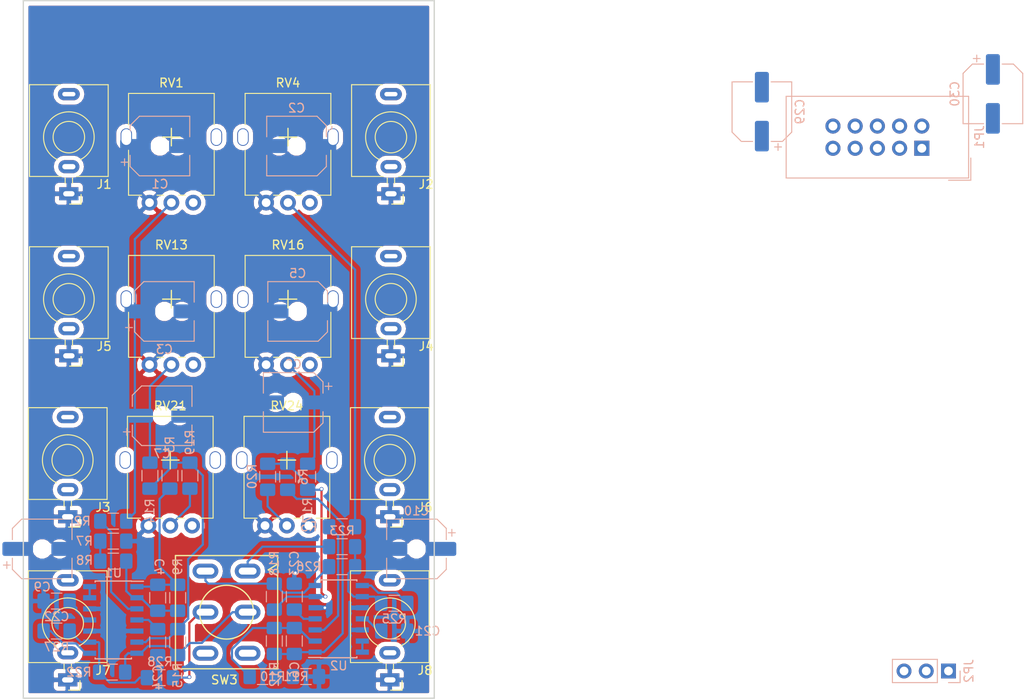
<source format=kicad_pcb>
(kicad_pcb (version 20171130) (host pcbnew "(5.0.2)-1")
  (layers (0 F.Cu signal) (31 B.Cu signal) (34 B.Paste user) (35 F.Paste user) (36 B.SilkS user) (37 F.SilkS user hide) (38 B.Mask user) (39 F.Mask user) (44 Edge.Cuts user))
  (net 0 "")
  (net 1 "Net-(C1-Pad2)")
  (net 2 "Net-(C1-Pad1)")
  (net 3 "Net-(C2-Pad1)")
  (net 4 "Net-(C2-Pad2)")
  (net 5 "Net-(C3-Pad2)")
  (net 6 "Net-(C3-Pad1)")
  (net 7 "Net-(C4-Pad1)")
  (net 8 "Net-(C4-Pad2)")
  (net 9 "Net-(C5-Pad1)")
  (net 10 "Net-(C5-Pad2)")
  (net 11 "Net-(C6-Pad2)")
  (net 12 "Net-(C6-Pad1)")
  (net 13 "Net-(C7-Pad1)")
  (net 14 "Net-(C7-Pad2)")
  (net 15 "Net-(C8-Pad2)")
  (net 16 "Net-(C8-Pad1)")
  (net 17 "Net-(C9-Pad2)")
  (net 18 "Net-(C9-Pad1)")
  (net 19 "Net-(C10-Pad1)")
  (net 20 "Net-(C10-Pad2)")
  (net 21 -12V)
  (net 22 GND)
  (net 23 +12V)
  (net 24 "Net-(J1-PadTN)")
  (net 25 "Net-(J2-PadTN)")
  (net 26 "Net-(J3-PadTN)")
  (net 27 "Net-(J4-PadTN)")
  (net 28 "Net-(J5-PadTN)")
  (net 29 "Net-(J6-PadTN)")
  (net 30 "Net-(J7-PadTN)")
  (net 31 "Net-(J8-PadTN)")
  (net 32 "Net-(R2-Pad2)")
  (net 33 "Net-(R2-Pad1)")
  (net 34 "Net-(R14-Pad1)")
  (net 35 "Net-(R5-Pad2)")
  (net 36 "Net-(R5-Pad1)")
  (net 37 "Net-(R17-Pad1)")
  (net 38 "Net-(R7-Pad1)")
  (net 39 "Net-(R10-Pad1)")
  (net 40 "Net-(R14-Pad2)")
  (net 41 "Net-(R15-Pad1)")
  (net 42 "Net-(R17-Pad2)")
  (net 43 "Net-(R18-Pad1)")
  (net 44 "Net-(R19-Pad2)")
  (net 45 "Net-(R20-Pad2)")
  (net 46 "Net-(R22-Pad2)")
  (net 47 "Net-(R23-Pad2)")
  (net 48 "Net-(R23-Pad1)")
  (net 49 "Net-(R28-Pad1)")
  (net 50 "Net-(U1-Pad13)")
  (net 51 "Net-(U2-Pad13)")
  (net 52 "Net-(SW3-Pad3)")
  (net 53 "Net-(SW3-Pad6)")
  (module Resistor_SMD:R_1206_3216Metric_Pad1.42x1.75mm_HandSolder (layer B.Cu) (at 171.704 -23.114)
    (fp_text reference R26 (at -3.81 0) (layer B.SilkS) (effects (justify mirror)))
    (fp_text value 100K)
    (pad 1 smd roundrect (at -1.4875 0) (size 1.425 1.75) (layers B.Cu B.Paste B.Mask) (roundrect_rratio 0.175439) (net 43 "Net-(R18-Pad1)"))
    (pad 2 smd roundrect (at 1.4875 0) (size 1.425 1.75) (layers B.Cu B.Paste B.Mask) (roundrect_rratio 0.175439) (net 48 "Net-(R23-Pad1)"))
  )
  (module Capacitor_SMD:C_1206_3216Metric_Pad1.42x1.75mm_HandSolder (layer B.Cu) (at 166.243 -14.605 90)
    (fp_text reference C6 (at -3.302 0.038854 90) (layer B.SilkS) (effects (justify mirror)))
    (fp_text value 47pF)
    (pad 2 smd roundrect (at 1.4875 0 90) (size 1.425 1.75) (layers B.Cu B.Paste B.Mask) (roundrect_rratio 0.175439) (net 11 "Net-(C6-Pad2)"))
    (pad 1 smd roundrect (at -1.4875 0 90) (size 1.425 1.75) (layers B.Cu B.Paste B.Mask) (roundrect_rratio 0.175439) (net 12 "Net-(C6-Pad1)"))
  )
  (module Resistor_SMD:R_1206_3216Metric_Pad1.42x1.75mm_HandSolder (layer B.Cu) (at 163.957 -14.605 90)
    (fp_text reference R12 (at -3.81 0 90) (layer B.SilkS) (effects (justify mirror)))
    (fp_text value 100K)
    (pad 2 smd roundrect (at 1.4875 0 90) (size 1.425 1.75) (layers B.Cu B.Paste B.Mask) (roundrect_rratio 0.175439) (net 11 "Net-(C6-Pad2)"))
    (pad 1 smd roundrect (at -1.4875 0 90) (size 1.425 1.75) (layers B.Cu B.Paste B.Mask) (roundrect_rratio 0.175439) (net 12 "Net-(C6-Pad1)"))
  )
  (module "Custom Parts:3.5mm_tip_switch_thonkiconn" (layer F.Cu) (at 140.462 -65.786 180)
    (fp_text reference J1 (at -4.03 1.08) (layer F.SilkS))
    (fp_text value IN1)
    (pad TN thru_hole oval (at 0 3.1) (size 2.4 1.5) (drill oval 1.5 0.6) (layers *.Cu *.Mask) (net 24 "Net-(J1-PadTN)"))
    (pad S thru_hole rect (at 0 0) (size 2.2 1.5) (drill oval 1.3 0.6) (layers *.Cu *.Mask) (net 22 GND))
    (pad T thru_hole oval (at 0 11.4) (size 2.5 1.4) (drill oval 1.5 0.5) (layers *.Cu *.Mask) (net 2 "Net-(C1-Pad1)"))
  )
  (module "Custom Parts:3.5mm_tip_switch_thonkiconn" (layer F.Cu) (at 177.292 -65.786 180)
    (fp_text reference J2 (at -4.03 1.08) (layer F.SilkS))
    (fp_text value IN4)
    (pad T thru_hole oval (at 0 11.4) (size 2.5 1.4) (drill oval 1.5 0.5) (layers *.Cu *.Mask) (net 3 "Net-(C2-Pad1)"))
    (pad S thru_hole rect (at 0 0) (size 2.2 1.5) (drill oval 1.3 0.6) (layers *.Cu *.Mask) (net 22 GND))
    (pad TN thru_hole oval (at 0 3.1) (size 2.4 1.5) (drill oval 1.5 0.6) (layers *.Cu *.Mask) (net 25 "Net-(J2-PadTN)"))
  )
  (module "Custom Parts:3.5mm_tip_switch_thonkiconn" (layer F.Cu) (at 140.335 -28.829 180)
    (fp_text reference J3 (at -4.03 1.08) (layer F.SilkS))
    (fp_text value IN3)
    (pad TN thru_hole oval (at 0 3.1) (size 2.4 1.5) (drill oval 1.5 0.6) (layers *.Cu *.Mask) (net 26 "Net-(J3-PadTN)"))
    (pad S thru_hole rect (at 0 0) (size 2.2 1.5) (drill oval 1.3 0.6) (layers *.Cu *.Mask) (net 22 GND))
    (pad T thru_hole oval (at 0 11.4) (size 2.5 1.4) (drill oval 1.5 0.5) (layers *.Cu *.Mask) (net 13 "Net-(C7-Pad1)"))
  )
  (module "Custom Parts:3.5mm_tip_switch_thonkiconn" (layer F.Cu) (at 177.292 -47.244 180)
    (fp_text reference J4 (at -4.03 1.08) (layer F.SilkS))
    (fp_text value IN5)
    (pad TN thru_hole oval (at 0 3.1) (size 2.4 1.5) (drill oval 1.5 0.6) (layers *.Cu *.Mask) (net 27 "Net-(J4-PadTN)"))
    (pad S thru_hole rect (at 0 0) (size 2.2 1.5) (drill oval 1.3 0.6) (layers *.Cu *.Mask) (net 22 GND))
    (pad T thru_hole oval (at 0 11.4) (size 2.5 1.4) (drill oval 1.5 0.5) (layers *.Cu *.Mask) (net 9 "Net-(C5-Pad1)"))
  )
  (module "Custom Parts:3.5mm_tip_switch_thonkiconn" (layer F.Cu) (at 140.462 -47.244 180)
    (fp_text reference J5 (at -4.03 1.08) (layer F.SilkS))
    (fp_text value IN2)
    (pad T thru_hole oval (at 0 11.4) (size 2.5 1.4) (drill oval 1.5 0.5) (layers *.Cu *.Mask) (net 6 "Net-(C3-Pad1)"))
    (pad S thru_hole rect (at 0 0) (size 2.2 1.5) (drill oval 1.3 0.6) (layers *.Cu *.Mask) (net 22 GND))
    (pad TN thru_hole oval (at 0 3.1) (size 2.4 1.5) (drill oval 1.5 0.6) (layers *.Cu *.Mask) (net 28 "Net-(J5-PadTN)"))
  )
  (module "Custom Parts:3.5mm_tip_switch_thonkiconn" (layer F.Cu) (at 177.165 -28.829 180)
    (fp_text reference J6 (at -4.03 1.08) (layer F.SilkS))
    (fp_text value IN6)
    (pad T thru_hole oval (at 0 11.4) (size 2.5 1.4) (drill oval 1.5 0.5) (layers *.Cu *.Mask) (net 16 "Net-(C8-Pad1)"))
    (pad S thru_hole rect (at 0 0) (size 2.2 1.5) (drill oval 1.3 0.6) (layers *.Cu *.Mask) (net 22 GND))
    (pad TN thru_hole oval (at 0 3.1) (size 2.4 1.5) (drill oval 1.5 0.6) (layers *.Cu *.Mask) (net 29 "Net-(J6-PadTN)"))
  )
  (module "Custom Parts:3.5mm_tip_switch_thonkiconn" (layer F.Cu) (at 140.335 -10.16 180)
    (fp_text reference J7 (at -4.03 1.08) (layer F.SilkS))
    (fp_text value OUT1)
    (pad T thru_hole oval (at 0 11.4) (size 2.5 1.4) (drill oval 1.5 0.5) (layers *.Cu *.Mask) (net 17 "Net-(C9-Pad2)"))
    (pad S thru_hole rect (at 0 0) (size 2.2 1.5) (drill oval 1.3 0.6) (layers *.Cu *.Mask) (net 22 GND))
    (pad TN thru_hole oval (at 0 3.1) (size 2.4 1.5) (drill oval 1.5 0.6) (layers *.Cu *.Mask) (net 30 "Net-(J7-PadTN)"))
  )
  (module "Custom Parts:3.5mm_tip_switch_thonkiconn" (layer F.Cu) (at 177.165 -10.16 180)
    (fp_text reference J8 (at -4.03 1.08) (layer F.SilkS))
    (fp_text value OUT2)
    (pad TN thru_hole oval (at 0 3.1) (size 2.4 1.5) (drill oval 1.5 0.6) (layers *.Cu *.Mask) (net 31 "Net-(J8-PadTN)"))
    (pad S thru_hole rect (at 0 0) (size 2.2 1.5) (drill oval 1.3 0.6) (layers *.Cu *.Mask) (net 22 GND))
    (pad T thru_hole oval (at 0 11.4) (size 2.5 1.4) (drill oval 1.5 0.5) (layers *.Cu *.Mask) (net 20 "Net-(C10-Pad2)"))
  )
  (module Connector_IDC:IDC-Header_2x05_P2.54mm_Vertical (layer B.Cu) (at 237.998 -70.993 90)
    (fp_text reference JP1 (at 1.27 6.604 90) (layer B.SilkS) (effects (justify mirror)))
    (fp_text value PWR)
    (pad 1 thru_hole rect (at 0 0 90) (size 1.7272 1.7272) (drill 1.016) (layers *.Cu *.Mask) (net 21 -12V))
    (pad 2 thru_hole oval (at 2.54 0 90) (size 1.7272 1.7272) (drill 1.016) (layers *.Cu *.Mask) (net 21 -12V))
    (pad 3 thru_hole oval (at 0 -2.54 90) (size 1.7272 1.7272) (drill 1.016) (layers *.Cu *.Mask) (net 22 GND))
    (pad 4 thru_hole oval (at 2.54 -2.54 90) (size 1.7272 1.7272) (drill 1.016) (layers *.Cu *.Mask) (net 22 GND))
    (pad 5 thru_hole oval (at 0 -5.08 90) (size 1.7272 1.7272) (drill 1.016) (layers *.Cu *.Mask) (net 22 GND))
    (pad 6 thru_hole oval (at 2.54 -5.08 90) (size 1.7272 1.7272) (drill 1.016) (layers *.Cu *.Mask) (net 22 GND))
    (pad 7 thru_hole oval (at 0 -7.62 90) (size 1.7272 1.7272) (drill 1.016) (layers *.Cu *.Mask) (net 22 GND))
    (pad 8 thru_hole oval (at 2.54 -7.62 90) (size 1.7272 1.7272) (drill 1.016) (layers *.Cu *.Mask) (net 22 GND))
    (pad 9 thru_hole oval (at 0 -10.16 90) (size 1.7272 1.7272) (drill 1.016) (layers *.Cu *.Mask) (net 23 +12V))
    (pad 10 thru_hole oval (at 2.54 -10.16 90) (size 1.7272 1.7272) (drill 1.016) (layers *.Cu *.Mask) (net 23 +12V))
  )
  (module Connector_PinHeader_2.54mm:PinHeader_1x03_P2.54mm_Vertical (layer B.Cu) (at 241.046 -11.176 90)
    (fp_text reference JP2 (at 0 2.33 90) (layer B.SilkS) (effects (justify mirror)))
    (fp_text value "PWR CHAIN")
    (pad 1 thru_hole rect (at 0 0 90) (size 1.7 1.7) (drill 1) (layers *.Cu *.Mask) (net 21 -12V))
    (pad 2 thru_hole oval (at 0 -2.54 90) (size 1.7 1.7) (drill 1) (layers *.Cu *.Mask) (net 22 GND))
    (pad 3 thru_hole oval (at 0 -5.08 90) (size 1.7 1.7) (drill 1) (layers *.Cu *.Mask) (net 23 +12V))
  )
  (module "Custom Parts:Potentiometer_Thonk_Alpha_9mm_Vertical" (layer F.Cu) (at 154.686 -64.77 90)
    (fp_text reference RV1 (at 13.7 -2.5 180) (layer F.SilkS))
    (fp_text value 100K)
    (pad "" thru_hole oval (at 7.5 -7.65 180) (size 1.3 2) (drill oval 1.1 1.8) (layers *.Cu *.Mask))
    (pad 1 thru_hole circle (at 0 0 90) (size 1.8 1.8) (drill 1) (layers *.Cu *.Mask) (net 1 "Net-(C1-Pad2)"))
    (pad 2 thru_hole circle (at 0 -2.5 90) (size 1.8 1.8) (drill 1) (layers *.Cu *.Mask) (net 32 "Net-(R2-Pad2)"))
    (pad 3 thru_hole circle (at 0 -5 90) (size 1.8 1.8) (drill 1) (layers *.Cu *.Mask) (net 22 GND))
    (pad "" thru_hole oval (at 7.5 2.65 180) (size 1.3 2) (drill oval 1.1 1.8) (layers *.Cu *.Mask))
  )
  (module "Custom Parts:Potentiometer_Thonk_Alpha_9mm_Vertical" (layer F.Cu) (at 168.021 -64.77 90)
    (fp_text reference RV4 (at 13.7 -2.5 180) (layer F.SilkS))
    (fp_text value 100K)
    (pad "" thru_hole oval (at 7.5 2.65 180) (size 1.3 2) (drill oval 1.1 1.8) (layers *.Cu *.Mask))
    (pad 3 thru_hole circle (at 0 -5 90) (size 1.8 1.8) (drill 1) (layers *.Cu *.Mask) (net 22 GND))
    (pad 2 thru_hole circle (at 0 -2.5 90) (size 1.8 1.8) (drill 1) (layers *.Cu *.Mask) (net 35 "Net-(R5-Pad2)"))
    (pad 1 thru_hole circle (at 0 0 90) (size 1.8 1.8) (drill 1) (layers *.Cu *.Mask) (net 4 "Net-(C2-Pad2)"))
    (pad "" thru_hole oval (at 7.5 -7.65 180) (size 1.3 2) (drill oval 1.1 1.8) (layers *.Cu *.Mask))
  )
  (module "Custom Parts:Potentiometer_Thonk_Alpha_9mm_Vertical" (layer F.Cu) (at 154.686 -46.228 90)
    (fp_text reference RV13 (at 13.7 -2.5 180) (layer F.SilkS))
    (fp_text value 100K)
    (pad "" thru_hole oval (at 7.5 2.65 180) (size 1.3 2) (drill oval 1.1 1.8) (layers *.Cu *.Mask))
    (pad 3 thru_hole circle (at 0 -5 90) (size 1.8 1.8) (drill 1) (layers *.Cu *.Mask) (net 22 GND))
    (pad 2 thru_hole circle (at 0 -2.5 90) (size 1.8 1.8) (drill 1) (layers *.Cu *.Mask) (net 40 "Net-(R14-Pad2)"))
    (pad 1 thru_hole circle (at 0 0 90) (size 1.8 1.8) (drill 1) (layers *.Cu *.Mask) (net 5 "Net-(C3-Pad2)"))
    (pad "" thru_hole oval (at 7.5 -7.65 180) (size 1.3 2) (drill oval 1.1 1.8) (layers *.Cu *.Mask))
  )
  (module "Custom Parts:Potentiometer_Thonk_Alpha_9mm_Vertical" (layer F.Cu) (at 168.021 -46.228 90)
    (fp_text reference RV16 (at 13.7 -2.5 180) (layer F.SilkS))
    (fp_text value 100K)
    (pad "" thru_hole oval (at 7.5 -7.65 180) (size 1.3 2) (drill oval 1.1 1.8) (layers *.Cu *.Mask))
    (pad 1 thru_hole circle (at 0 0 90) (size 1.8 1.8) (drill 1) (layers *.Cu *.Mask) (net 10 "Net-(C5-Pad2)"))
    (pad 2 thru_hole circle (at 0 -2.5 90) (size 1.8 1.8) (drill 1) (layers *.Cu *.Mask) (net 42 "Net-(R17-Pad2)"))
    (pad 3 thru_hole circle (at 0 -5 90) (size 1.8 1.8) (drill 1) (layers *.Cu *.Mask) (net 22 GND))
    (pad "" thru_hole oval (at 7.5 2.65 180) (size 1.3 2) (drill oval 1.1 1.8) (layers *.Cu *.Mask))
  )
  (module "Custom Parts:Potentiometer_Thonk_Alpha_9mm_Vertical" (layer F.Cu) (at 154.559 -27.813 90)
    (fp_text reference RV21 (at 13.7 -2.5 180) (layer F.SilkS))
    (fp_text value 100K)
    (pad "" thru_hole oval (at 7.5 -7.65 180) (size 1.3 2) (drill oval 1.1 1.8) (layers *.Cu *.Mask))
    (pad 1 thru_hole circle (at 0 0 90) (size 1.8 1.8) (drill 1) (layers *.Cu *.Mask) (net 14 "Net-(C7-Pad2)"))
    (pad 2 thru_hole circle (at 0 -2.5 90) (size 1.8 1.8) (drill 1) (layers *.Cu *.Mask) (net 44 "Net-(R19-Pad2)"))
    (pad 3 thru_hole circle (at 0 -5 90) (size 1.8 1.8) (drill 1) (layers *.Cu *.Mask) (net 22 GND))
    (pad "" thru_hole oval (at 7.5 2.65 180) (size 1.3 2) (drill oval 1.1 1.8) (layers *.Cu *.Mask))
  )
  (module "Custom Parts:Potentiometer_Thonk_Alpha_9mm_Vertical" (layer F.Cu) (at 167.894 -27.813 90)
    (fp_text reference RV24 (at 13.7 -2.5 180) (layer F.SilkS))
    (fp_text value 100K)
    (pad "" thru_hole oval (at 7.5 2.65 180) (size 1.3 2) (drill oval 1.1 1.8) (layers *.Cu *.Mask))
    (pad 3 thru_hole circle (at 0 -5 90) (size 1.8 1.8) (drill 1) (layers *.Cu *.Mask) (net 22 GND))
    (pad 2 thru_hole circle (at 0 -2.5 90) (size 1.8 1.8) (drill 1) (layers *.Cu *.Mask) (net 45 "Net-(R20-Pad2)"))
    (pad 1 thru_hole circle (at 0 0 90) (size 1.8 1.8) (drill 1) (layers *.Cu *.Mask) (net 15 "Net-(C8-Pad2)"))
    (pad "" thru_hole oval (at 7.5 -7.65 180) (size 1.3 2) (drill oval 1.1 1.8) (layers *.Cu *.Mask))
  )
  (module Capacitor_SMD:C_1206_3216Metric_Pad1.42x1.75mm_HandSolder (layer B.Cu) (at 150.622 -19.558 270)
    (fp_text reference C4 (at -3.556 -0.254 270) (layer B.SilkS) (effects (justify mirror)))
    (fp_text value 47pF)
    (pad 1 smd roundrect (at -1.4875 0 270) (size 1.425 1.75) (layers B.Cu B.Paste B.Mask) (roundrect_rratio 0.175439) (net 7 "Net-(C4-Pad1)"))
    (pad 2 smd roundrect (at 1.4875 0 270) (size 1.425 1.75) (layers B.Cu B.Paste B.Mask) (roundrect_rratio 0.175439) (net 8 "Net-(C4-Pad2)"))
  )
  (module Capacitor_SMD:C_1206_3216Metric_Pad1.42x1.75mm_HandSolder (layer B.Cu) (at 177.673 -15.748)
    (fp_text reference C21 (at 3.81 0) (layer B.SilkS) (effects (justify mirror)))
    (fp_text value 0.1uF)
    (pad 1 smd roundrect (at -1.4875 0) (size 1.425 1.75) (layers B.Cu B.Paste B.Mask) (roundrect_rratio 0.175439) (net 21 -12V))
    (pad 2 smd roundrect (at 1.4875 0) (size 1.425 1.75) (layers B.Cu B.Paste B.Mask) (roundrect_rratio 0.175439) (net 22 GND))
  )
  (module Capacitor_SMD:C_1206_3216Metric_Pad1.42x1.75mm_HandSolder (layer B.Cu) (at 139.065 -19.177 180)
    (fp_text reference C22 (at 0 -1.778 180) (layer B.SilkS) (effects (justify mirror)))
    (fp_text value 0.1uF)
    (pad 2 smd roundrect (at 1.4875 0 180) (size 1.425 1.75) (layers B.Cu B.Paste B.Mask) (roundrect_rratio 0.175439) (net 22 GND))
    (pad 1 smd roundrect (at -1.4875 0 180) (size 1.425 1.75) (layers B.Cu B.Paste B.Mask) (roundrect_rratio 0.175439) (net 21 -12V))
  )
  (module Capacitor_SMD:C_1206_3216Metric_Pad1.42x1.75mm_HandSolder (layer B.Cu) (at 166.243 -19.685 90)
    (fp_text reference C23 (at 3.81 0 90) (layer B.SilkS) (effects (justify mirror)))
    (fp_text value 0.1uF)
    (pad 1 smd roundrect (at -1.4875 0 90) (size 1.425 1.75) (layers B.Cu B.Paste B.Mask) (roundrect_rratio 0.175439) (net 23 +12V))
    (pad 2 smd roundrect (at 1.4875 0 90) (size 1.425 1.75) (layers B.Cu B.Paste B.Mask) (roundrect_rratio 0.175439) (net 22 GND))
  )
  (module Capacitor_SMD:C_1206_3216Metric_Pad1.42x1.75mm_HandSolder (layer B.Cu) (at 150.622 -14.478 270)
    (fp_text reference C24 (at 4.064 0 270) (layer B.SilkS) (effects (justify mirror)))
    (fp_text value 0.1uF)
    (pad 2 smd roundrect (at 1.4875 0 270) (size 1.425 1.75) (layers B.Cu B.Paste B.Mask) (roundrect_rratio 0.175439) (net 22 GND))
    (pad 1 smd roundrect (at -1.4875 0 270) (size 1.425 1.75) (layers B.Cu B.Paste B.Mask) (roundrect_rratio 0.175439) (net 23 +12V))
  )
  (module Resistor_SMD:R_1206_3216Metric_Pad1.42x1.75mm_HandSolder (layer B.Cu) (at 145.542 -28.321)
    (fp_text reference R2 (at -3.556 0) (layer B.SilkS) (effects (justify mirror)))
    (fp_text value 20K)
    (pad 2 smd roundrect (at 1.4875 0) (size 1.425 1.75) (layers B.Cu B.Paste B.Mask) (roundrect_rratio 0.175439) (net 32 "Net-(R2-Pad2)"))
    (pad 1 smd roundrect (at -1.4875 0) (size 1.425 1.75) (layers B.Cu B.Paste B.Mask) (roundrect_rratio 0.175439) (net 33 "Net-(R2-Pad1)"))
  )
  (module Resistor_SMD:R_1206_3216Metric_Pad1.42x1.75mm_HandSolder (layer B.Cu) (at 152.019 -33.528 270)
    (fp_text reference R3 (at -3.556 0 270) (layer B.SilkS) (effects (justify mirror)))
    (fp_text value 100K)
    (pad 1 smd roundrect (at -1.4875 0 270) (size 1.425 1.75) (layers B.Cu B.Paste B.Mask) (roundrect_rratio 0.175439) (net 34 "Net-(R14-Pad1)"))
    (pad 2 smd roundrect (at 1.4875 0 270) (size 1.425 1.75) (layers B.Cu B.Paste B.Mask) (roundrect_rratio 0.175439) (net 7 "Net-(C4-Pad1)"))
  )
  (module Resistor_SMD:R_1206_3216Metric_Pad1.42x1.75mm_HandSolder (layer B.Cu) (at 171.704 -27.686)
    (fp_text reference R5 (at -3.81 0) (layer B.SilkS) (effects (justify mirror)))
    (fp_text value 20K)
    (pad 2 smd roundrect (at 1.4875 0) (size 1.425 1.75) (layers B.Cu B.Paste B.Mask) (roundrect_rratio 0.175439) (net 35 "Net-(R5-Pad2)"))
    (pad 1 smd roundrect (at -1.4875 0) (size 1.425 1.75) (layers B.Cu B.Paste B.Mask) (roundrect_rratio 0.175439) (net 36 "Net-(R5-Pad1)"))
  )
  (module Resistor_SMD:R_1206_3216Metric_Pad1.42x1.75mm_HandSolder (layer B.Cu) (at 165.481 -33.401 270)
    (fp_text reference R6 (at 0 -1.778 270) (layer B.SilkS) (effects (justify mirror)))
    (fp_text value 100K)
    (pad 1 smd roundrect (at -1.4875 0 270) (size 1.425 1.75) (layers B.Cu B.Paste B.Mask) (roundrect_rratio 0.175439) (net 37 "Net-(R17-Pad1)"))
    (pad 2 smd roundrect (at 1.4875 0 270) (size 1.425 1.75) (layers B.Cu B.Paste B.Mask) (roundrect_rratio 0.175439) (net 12 "Net-(C6-Pad1)"))
  )
  (module Resistor_SMD:R_1206_3216Metric_Pad1.42x1.75mm_HandSolder (layer B.Cu) (at 145.542 -26.035)
    (fp_text reference R7 (at -3.302 0) (layer B.SilkS) (effects (justify mirror)))
    (fp_text value 470K)
    (pad 1 smd roundrect (at -1.4875 0) (size 1.425 1.75) (layers B.Cu B.Paste B.Mask) (roundrect_rratio 0.175439) (net 38 "Net-(R7-Pad1)"))
    (pad 2 smd roundrect (at 1.4875 0) (size 1.425 1.75) (layers B.Cu B.Paste B.Mask) (roundrect_rratio 0.175439) (net 22 GND))
  )
  (module Resistor_SMD:R_1206_3216Metric_Pad1.42x1.75mm_HandSolder (layer B.Cu) (at 145.542 -23.749 180)
    (fp_text reference R8 (at 3.293001 0.092153 180) (layer B.SilkS) (effects (justify mirror)))
    (fp_text value 2K)
    (pad 2 smd roundrect (at 1.4875 0 180) (size 1.425 1.75) (layers B.Cu B.Paste B.Mask) (roundrect_rratio 0.175439) (net 38 "Net-(R7-Pad1)"))
    (pad 1 smd roundrect (at -1.4875 0 180) (size 1.425 1.75) (layers B.Cu B.Paste B.Mask) (roundrect_rratio 0.175439) (net 8 "Net-(C4-Pad2)"))
  )
  (module Resistor_SMD:R_1206_3216Metric_Pad1.42x1.75mm_HandSolder (layer B.Cu) (at 152.908 -19.558 270)
    (fp_text reference R9 (at -3.556 0 270) (layer B.SilkS) (effects (justify mirror)))
    (fp_text value 100K)
    (pad 2 smd roundrect (at 1.4875 0 270) (size 1.425 1.75) (layers B.Cu B.Paste B.Mask) (roundrect_rratio 0.175439) (net 8 "Net-(C4-Pad2)"))
    (pad 1 smd roundrect (at -1.4875 0 270) (size 1.425 1.75) (layers B.Cu B.Paste B.Mask) (roundrect_rratio 0.175439) (net 7 "Net-(C4-Pad1)"))
  )
  (module Resistor_SMD:R_1206_3216Metric_Pad1.42x1.75mm_HandSolder (layer B.Cu) (at 167.5765 -10.541)
    (fp_text reference R10 (at -3.81 0) (layer B.SilkS) (effects (justify mirror)))
    (fp_text value 470K)
    (pad 1 smd roundrect (at -1.4875 0) (size 1.425 1.75) (layers B.Cu B.Paste B.Mask) (roundrect_rratio 0.175439) (net 39 "Net-(R10-Pad1)"))
    (pad 2 smd roundrect (at 1.4875 0) (size 1.425 1.75) (layers B.Cu B.Paste B.Mask) (roundrect_rratio 0.175439) (net 22 GND))
  )
  (module Resistor_SMD:R_1206_3216Metric_Pad1.42x1.75mm_HandSolder (layer B.Cu) (at 162.6235 -10.541)
    (fp_text reference R11 (at 3.81 0) (layer B.SilkS) (effects (justify mirror)))
    (fp_text value 2K)
    (pad 1 smd roundrect (at -1.4875 0) (size 1.425 1.75) (layers B.Cu B.Paste B.Mask) (roundrect_rratio 0.175439) (net 11 "Net-(C6-Pad2)"))
    (pad 2 smd roundrect (at 1.4875 0) (size 1.425 1.75) (layers B.Cu B.Paste B.Mask) (roundrect_rratio 0.175439) (net 39 "Net-(R10-Pad1)"))
  )
  (module Resistor_SMD:R_1206_3216Metric_Pad1.42x1.75mm_HandSolder (layer B.Cu) (at 149.733 -33.528 90)
    (fp_text reference R14 (at -4.064 0 90) (layer B.SilkS) (effects (justify mirror)))
    (fp_text value 33K)
    (pad 2 smd roundrect (at 1.4875 0 90) (size 1.425 1.75) (layers B.Cu B.Paste B.Mask) (roundrect_rratio 0.175439) (net 40 "Net-(R14-Pad2)"))
    (pad 1 smd roundrect (at -1.4875 0 90) (size 1.425 1.75) (layers B.Cu B.Paste B.Mask) (roundrect_rratio 0.175439) (net 34 "Net-(R14-Pad1)"))
  )
  (module Resistor_SMD:R_1206_3216Metric_Pad1.42x1.75mm_HandSolder (layer B.Cu) (at 152.908 -14.478 90)
    (fp_text reference R15 (at -3.81 0 90) (layer B.SilkS) (effects (justify mirror)))
    (fp_text value 100K)
    (pad 2 smd roundrect (at 1.4875 0 90) (size 1.425 1.75) (layers B.Cu B.Paste B.Mask) (roundrect_rratio 0.175439) (net 34 "Net-(R14-Pad1)"))
    (pad 1 smd roundrect (at -1.4875 0 90) (size 1.425 1.75) (layers B.Cu B.Paste B.Mask) (roundrect_rratio 0.175439) (net 41 "Net-(R15-Pad1)"))
  )
  (module Resistor_SMD:R_1206_3216Metric_Pad1.42x1.75mm_HandSolder (layer B.Cu) (at 167.767 -33.401 90)
    (fp_text reference R17 (at -3.81 0 90) (layer B.SilkS) (effects (justify mirror)))
    (fp_text value 33K)
    (pad 1 smd roundrect (at -1.4875 0 90) (size 1.425 1.75) (layers B.Cu B.Paste B.Mask) (roundrect_rratio 0.175439) (net 37 "Net-(R17-Pad1)"))
    (pad 2 smd roundrect (at 1.4875 0 90) (size 1.425 1.75) (layers B.Cu B.Paste B.Mask) (roundrect_rratio 0.175439) (net 42 "Net-(R17-Pad2)"))
  )
  (module Resistor_SMD:R_1206_3216Metric_Pad1.42x1.75mm_HandSolder (layer B.Cu) (at 163.957 -19.685 270)
    (fp_text reference R18 (at -3.81 0 270) (layer B.SilkS) (effects (justify mirror)))
    (fp_text value 100K)
    (pad 2 smd roundrect (at 1.4875 0 270) (size 1.425 1.75) (layers B.Cu B.Paste B.Mask) (roundrect_rratio 0.175439) (net 37 "Net-(R17-Pad1)"))
    (pad 1 smd roundrect (at -1.4875 0 270) (size 1.425 1.75) (layers B.Cu B.Paste B.Mask) (roundrect_rratio 0.175439) (net 43 "Net-(R18-Pad1)"))
  )
  (module Resistor_SMD:R_1206_3216Metric_Pad1.42x1.75mm_HandSolder (layer B.Cu) (at 154.305 -33.528 270)
    (fp_text reference R19 (at -3.81 0 270) (layer B.SilkS) (effects (justify mirror)))
    (fp_text value 33K)
    (pad 1 smd roundrect (at -1.4875 0 270) (size 1.425 1.75) (layers B.Cu B.Paste B.Mask) (roundrect_rratio 0.175439) (net 34 "Net-(R14-Pad1)"))
    (pad 2 smd roundrect (at 1.4875 0 270) (size 1.425 1.75) (layers B.Cu B.Paste B.Mask) (roundrect_rratio 0.175439) (net 44 "Net-(R19-Pad2)"))
  )
  (module Resistor_SMD:R_1206_3216Metric_Pad1.42x1.75mm_HandSolder (layer B.Cu) (at 163.195 -33.401 270)
    (fp_text reference R20 (at -0.0365 1.778 270) (layer B.SilkS) (effects (justify mirror)))
    (fp_text value 33K)
    (pad 1 smd roundrect (at -1.4875 0 270) (size 1.425 1.75) (layers B.Cu B.Paste B.Mask) (roundrect_rratio 0.175439) (net 37 "Net-(R17-Pad1)"))
    (pad 2 smd roundrect (at 1.4875 0 270) (size 1.425 1.75) (layers B.Cu B.Paste B.Mask) (roundrect_rratio 0.175439) (net 45 "Net-(R20-Pad2)"))
  )
  (module Resistor_SMD:R_1206_3216Metric_Pad1.42x1.75mm_HandSolder (layer B.Cu) (at 145.415 -11.049 180)
    (fp_text reference R22 (at 3.81 0 180) (layer B.SilkS) (effects (justify mirror)))
    (fp_text value 100K)
    (pad 2 smd roundrect (at 1.4875 0 180) (size 1.425 1.75) (layers B.Cu B.Paste B.Mask) (roundrect_rratio 0.175439) (net 46 "Net-(R22-Pad2)"))
    (pad 1 smd roundrect (at -1.4875 0 180) (size 1.425 1.75) (layers B.Cu B.Paste B.Mask) (roundrect_rratio 0.175439) (net 41 "Net-(R15-Pad1)"))
  )
  (module Resistor_SMD:R_1206_3216Metric_Pad1.42x1.75mm_HandSolder (layer B.Cu) (at 171.704 -25.4 180)
    (fp_text reference R23 (at 0 1.82 180) (layer B.SilkS) (effects (justify mirror)))
    (fp_text value 100K)
    (pad 2 smd roundrect (at 1.4875 0 180) (size 1.425 1.75) (layers B.Cu B.Paste B.Mask) (roundrect_rratio 0.175439) (net 47 "Net-(R23-Pad2)"))
    (pad 1 smd roundrect (at -1.4875 0 180) (size 1.425 1.75) (layers B.Cu B.Paste B.Mask) (roundrect_rratio 0.175439) (net 48 "Net-(R23-Pad1)"))
  )
  (module Resistor_SMD:R_1206_3216Metric_Pad1.42x1.75mm_HandSolder (layer B.Cu) (at 177.673 -18.923 180)
    (fp_text reference R25 (at 0 -1.778 180) (layer B.SilkS) (effects (justify mirror)))
    (fp_text value 100K)
    (pad 1 smd roundrect (at -1.4875 0 180) (size 1.425 1.75) (layers B.Cu B.Paste B.Mask) (roundrect_rratio 0.175439) (net 19 "Net-(C10-Pad1)"))
    (pad 2 smd roundrect (at 1.4875 0 180) (size 1.425 1.75) (layers B.Cu B.Paste B.Mask) (roundrect_rratio 0.175439) (net 48 "Net-(R23-Pad1)"))
  )
  (module Resistor_SMD:R_1206_3216Metric_Pad1.42x1.75mm_HandSolder (layer B.Cu) (at 139.065 -15.748)
    (fp_text reference R27 (at 0 1.82) (layer B.SilkS) (effects (justify mirror)))
    (fp_text value 100K)
    (pad 1 smd roundrect (at -1.4875 0) (size 1.425 1.75) (layers B.Cu B.Paste B.Mask) (roundrect_rratio 0.175439) (net 18 "Net-(C9-Pad1)"))
    (pad 2 smd roundrect (at 1.4875 0) (size 1.425 1.75) (layers B.Cu B.Paste B.Mask) (roundrect_rratio 0.175439) (net 46 "Net-(R22-Pad2)"))
  )
  (module Resistor_SMD:R_1206_3216Metric_Pad1.42x1.75mm_HandSolder (layer B.Cu) (at 150.876 -10.414 180)
    (fp_text reference R28 (at 0 1.82 180) (layer B.SilkS) (effects (justify mirror)))
    (fp_text value 100K)
    (pad 2 smd roundrect (at 1.4875 0 180) (size 1.425 1.75) (layers B.Cu B.Paste B.Mask) (roundrect_rratio 0.175439) (net 46 "Net-(R22-Pad2)"))
    (pad 1 smd roundrect (at -1.4875 0 180) (size 1.425 1.75) (layers B.Cu B.Paste B.Mask) (roundrect_rratio 0.175439) (net 49 "Net-(R28-Pad1)"))
  )
  (module Package_SO:SOIC-14_3.9x8.7mm_P1.27mm (layer B.Cu) (at 145.542 -17.018 180)
    (fp_text reference U1 (at 0 5.375 180) (layer B.SilkS) (effects (justify mirror)))
    (fp_text value TL074)
    (pad 1 smd rect (at -2.7 3.81 180) (size 1.5 0.6) (layers B.Cu B.Paste B.Mask) (net 7 "Net-(C4-Pad1)"))
    (pad 2 smd rect (at -2.7 2.54 180) (size 1.5 0.6) (layers B.Cu B.Paste B.Mask) (net 8 "Net-(C4-Pad2)"))
    (pad 3 smd rect (at -2.7 1.27 180) (size 1.5 0.6) (layers B.Cu B.Paste B.Mask) (net 33 "Net-(R2-Pad1)"))
    (pad 4 smd rect (at -2.7 0 180) (size 1.5 0.6) (layers B.Cu B.Paste B.Mask) (net 23 +12V))
    (pad 5 smd rect (at -2.7 -1.27 180) (size 1.5 0.6) (layers B.Cu B.Paste B.Mask) (net 22 GND))
    (pad 6 smd rect (at -2.7 -2.54 180) (size 1.5 0.6) (layers B.Cu B.Paste B.Mask) (net 34 "Net-(R14-Pad1)"))
    (pad 7 smd rect (at -2.7 -3.81 180) (size 1.5 0.6) (layers B.Cu B.Paste B.Mask) (net 41 "Net-(R15-Pad1)"))
    (pad 8 smd rect (at 2.7 -3.81 180) (size 1.5 0.6) (layers B.Cu B.Paste B.Mask) (net 18 "Net-(C9-Pad1)"))
    (pad 9 smd rect (at 2.7 -2.54 180) (size 1.5 0.6) (layers B.Cu B.Paste B.Mask) (net 46 "Net-(R22-Pad2)"))
    (pad 10 smd rect (at 2.7 -1.27 180) (size 1.5 0.6) (layers B.Cu B.Paste B.Mask) (net 22 GND))
    (pad 11 smd rect (at 2.7 0 180) (size 1.5 0.6) (layers B.Cu B.Paste B.Mask) (net 21 -12V))
    (pad 12 smd rect (at 2.7 1.27 180) (size 1.5 0.6) (layers B.Cu B.Paste B.Mask) (net 22 GND))
    (pad 13 smd rect (at 2.7 2.54 180) (size 1.5 0.6) (layers B.Cu B.Paste B.Mask) (net 50 "Net-(U1-Pad13)"))
    (pad 14 smd rect (at 2.7 3.81 180) (size 1.5 0.6) (layers B.Cu B.Paste B.Mask) (net 50 "Net-(U1-Pad13)"))
  )
  (module Package_SO:SOIC-14_3.9x8.7mm_P1.27mm (layer B.Cu) (at 171.323 -17.145)
    (fp_text reference U2 (at 0 5.375) (layer B.SilkS) (effects (justify mirror)))
    (fp_text value TL074)
    (pad 14 smd rect (at 2.7 3.81) (size 1.5 0.6) (layers B.Cu B.Paste B.Mask) (net 51 "Net-(U2-Pad13)"))
    (pad 13 smd rect (at 2.7 2.54) (size 1.5 0.6) (layers B.Cu B.Paste B.Mask) (net 51 "Net-(U2-Pad13)"))
    (pad 12 smd rect (at 2.7 1.27) (size 1.5 0.6) (layers B.Cu B.Paste B.Mask) (net 22 GND))
    (pad 11 smd rect (at 2.7 0) (size 1.5 0.6) (layers B.Cu B.Paste B.Mask) (net 21 -12V))
    (pad 10 smd rect (at 2.7 -1.27) (size 1.5 0.6) (layers B.Cu B.Paste B.Mask) (net 22 GND))
    (pad 9 smd rect (at 2.7 -2.54) (size 1.5 0.6) (layers B.Cu B.Paste B.Mask) (net 48 "Net-(R23-Pad1)"))
    (pad 8 smd rect (at 2.7 -3.81) (size 1.5 0.6) (layers B.Cu B.Paste B.Mask) (net 19 "Net-(C10-Pad1)"))
    (pad 7 smd rect (at -2.7 -3.81) (size 1.5 0.6) (layers B.Cu B.Paste B.Mask) (net 43 "Net-(R18-Pad1)"))
    (pad 6 smd rect (at -2.7 -2.54) (size 1.5 0.6) (layers B.Cu B.Paste B.Mask) (net 37 "Net-(R17-Pad1)"))
    (pad 5 smd rect (at -2.7 -1.27) (size 1.5 0.6) (layers B.Cu B.Paste B.Mask) (net 22 GND))
    (pad 4 smd rect (at -2.7 0) (size 1.5 0.6) (layers B.Cu B.Paste B.Mask) (net 23 +12V))
    (pad 3 smd rect (at -2.7 1.27) (size 1.5 0.6) (layers B.Cu B.Paste B.Mask) (net 36 "Net-(R5-Pad1)"))
    (pad 2 smd rect (at -2.7 2.54) (size 1.5 0.6) (layers B.Cu B.Paste B.Mask) (net 11 "Net-(C6-Pad2)"))
    (pad 1 smd rect (at -2.7 3.81) (size 1.5 0.6) (layers B.Cu B.Paste B.Mask) (net 12 "Net-(C6-Pad1)"))
  )
  (module "Custom Parts:toggle_switch_mini_DPDT" (layer F.Cu) (at 160.909 -22.606 180)
    (fp_text reference SW3 (at 2.667 -12.446) (layer F.SilkS))
    (fp_text value CONFIG)
    (pad 1 thru_hole oval (at 0 0.001 180) (size 2.94 1.7) (drill oval 2.04 0.8) (layers *.Cu *.Mask) (net 47 "Net-(R23-Pad2)"))
    (pad 2 thru_hole oval (at 0 -4.699 180) (size 2.94 1.7) (drill oval 2.04 0.8) (layers *.Cu *.Mask) (net 41 "Net-(R15-Pad1)"))
    (pad 3 thru_hole oval (at 0 -9.399 180) (size 2.94 1.7) (drill oval 2.04 0.8) (layers *.Cu *.Mask) (net 52 "Net-(SW3-Pad3)"))
    (pad 6 thru_hole oval (at 4.826 -9.399 180) (size 2.94 1.7) (drill oval 2.04 0.8) (layers *.Cu *.Mask) (net 53 "Net-(SW3-Pad6)"))
    (pad 5 thru_hole oval (at 4.826 -4.699 180) (size 2.94 1.7) (drill oval 2.04 0.8) (layers *.Cu *.Mask) (net 49 "Net-(R28-Pad1)"))
    (pad 4 thru_hole oval (at 4.826 0.001 180) (size 2.94 1.7) (drill oval 2.04 0.8) (layers *.Cu *.Mask) (net 43 "Net-(R18-Pad1)"))
  )
  (module Capacitor_SMD:CP_Elec_6.3x5.4 (layer B.Cu) (at 150.876 -71.247)
    (fp_text reference C1 (at 0 4.35) (layer B.SilkS) (effects (justify mirror)))
    (fp_text value 1uF)
    (pad 2 smd roundrect (at 2.8 0) (size 3.5 1.6) (layers B.Cu B.Paste B.Mask) (roundrect_rratio 0.15625) (net 1 "Net-(C1-Pad2)"))
    (pad 1 smd roundrect (at -2.8 0) (size 3.5 1.6) (layers B.Cu B.Paste B.Mask) (roundrect_rratio 0.15625) (net 2 "Net-(C1-Pad1)"))
  )
  (module Capacitor_SMD:CP_Elec_6.3x5.4 (layer B.Cu) (at 166.497 -71.247 180)
    (fp_text reference C2 (at 0 4.35 180) (layer B.SilkS) (effects (justify mirror)))
    (fp_text value 1uF)
    (pad 1 smd roundrect (at -2.8 0 180) (size 3.5 1.6) (layers B.Cu B.Paste B.Mask) (roundrect_rratio 0.15625) (net 3 "Net-(C2-Pad1)"))
    (pad 2 smd roundrect (at 2.8 0 180) (size 3.5 1.6) (layers B.Cu B.Paste B.Mask) (roundrect_rratio 0.15625) (net 4 "Net-(C2-Pad2)"))
  )
  (module Capacitor_SMD:CP_Elec_6.3x5.4 (layer B.Cu) (at 151.384 -52.324)
    (fp_text reference C3 (at 0 4.35) (layer B.SilkS) (effects (justify mirror)))
    (fp_text value 1uF)
    (pad 1 smd roundrect (at -2.8 0) (size 3.5 1.6) (layers B.Cu B.Paste B.Mask) (roundrect_rratio 0.15625) (net 6 "Net-(C3-Pad1)"))
    (pad 2 smd roundrect (at 2.8 0) (size 3.5 1.6) (layers B.Cu B.Paste B.Mask) (roundrect_rratio 0.15625) (net 5 "Net-(C3-Pad2)"))
  )
  (module Capacitor_SMD:CP_Elec_6.3x5.4 (layer B.Cu) (at 166.624 -52.324 180)
    (fp_text reference C5 (at 0 4.35 180) (layer B.SilkS) (effects (justify mirror)))
    (fp_text value 1uF)
    (pad 2 smd roundrect (at 2.8 0 180) (size 3.5 1.6) (layers B.Cu B.Paste B.Mask) (roundrect_rratio 0.15625) (net 10 "Net-(C5-Pad2)"))
    (pad 1 smd roundrect (at -2.8 0 180) (size 3.5 1.6) (layers B.Cu B.Paste B.Mask) (roundrect_rratio 0.15625) (net 9 "Net-(C5-Pad1)"))
  )
  (module Capacitor_SMD:CP_Elec_6.3x5.4 (layer B.Cu) (at 151.13 -40.386)
    (fp_text reference C7 (at 0 4.35) (layer B.SilkS) (effects (justify mirror)))
    (fp_text value 1uF)
    (pad 1 smd roundrect (at -2.8 0) (size 3.5 1.6) (layers B.Cu B.Paste B.Mask) (roundrect_rratio 0.15625) (net 13 "Net-(C7-Pad1)"))
    (pad 2 smd roundrect (at 2.8 0) (size 3.5 1.6) (layers B.Cu B.Paste B.Mask) (roundrect_rratio 0.15625) (net 14 "Net-(C7-Pad2)"))
  )
  (module Capacitor_SMD:CP_Elec_6.3x5.4 (layer B.Cu) (at 166.116 -41.91 180)
    (fp_text reference C8 (at 0 4.35 180) (layer B.SilkS) (effects (justify mirror)))
    (fp_text value 1uF)
    (pad 1 smd roundrect (at -2.8 0 180) (size 3.5 1.6) (layers B.Cu B.Paste B.Mask) (roundrect_rratio 0.15625) (net 16 "Net-(C8-Pad1)"))
    (pad 2 smd roundrect (at 2.8 0 180) (size 3.5 1.6) (layers B.Cu B.Paste B.Mask) (roundrect_rratio 0.15625) (net 15 "Net-(C8-Pad2)"))
  )
  (module Capacitor_SMD:CP_Elec_6.3x5.4 (layer B.Cu) (at 137.414 -25.146)
    (fp_text reference C9 (at 0 4.35) (layer B.SilkS) (effects (justify mirror)))
    (fp_text value 10uF)
    (pad 2 smd roundrect (at 2.8 0) (size 3.5 1.6) (layers B.Cu B.Paste B.Mask) (roundrect_rratio 0.15625) (net 17 "Net-(C9-Pad2)"))
    (pad 1 smd roundrect (at -2.8 0) (size 3.5 1.6) (layers B.Cu B.Paste B.Mask) (roundrect_rratio 0.15625) (net 18 "Net-(C9-Pad1)"))
  )
  (module Capacitor_SMD:CP_Elec_6.3x5.4 (layer B.Cu) (at 180.213 -25.146 180)
    (fp_text reference C10 (at 0 4.35 180) (layer B.SilkS) (effects (justify mirror)))
    (fp_text value 10uF)
    (pad 2 smd roundrect (at 2.8 0 180) (size 3.5 1.6) (layers B.Cu B.Paste B.Mask) (roundrect_rratio 0.15625) (net 20 "Net-(C10-Pad2)"))
    (pad 1 smd roundrect (at -2.8 0 180) (size 3.5 1.6) (layers B.Cu B.Paste B.Mask) (roundrect_rratio 0.15625) (net 19 "Net-(C10-Pad1)"))
  )
  (module Capacitor_SMD:CP_Elec_6.3x5.4 (layer B.Cu) (at 219.71 -75.184 90)
    (fp_text reference C29 (at 0 4.35 90) (layer B.SilkS) (effects (justify mirror)))
    (fp_text value 10uF)
    (pad 1 smd roundrect (at -2.8 0 90) (size 3.5 1.6) (layers B.Cu B.Paste B.Mask) (roundrect_rratio 0.15625) (net 23 +12V))
    (pad 2 smd roundrect (at 2.8 0 90) (size 3.5 1.6) (layers B.Cu B.Paste B.Mask) (roundrect_rratio 0.15625) (net 22 GND))
  )
  (module Capacitor_SMD:CP_Elec_6.3x5.4 (layer B.Cu) (at 246.126 -77.216 270)
    (fp_text reference C30 (at 0 4.35 270) (layer B.SilkS) (effects (justify mirror)))
    (fp_text value 10uF)
    (pad 2 smd roundrect (at 2.8 0 270) (size 3.5 1.6) (layers B.Cu B.Paste B.Mask) (roundrect_rratio 0.15625) (net 21 -12V))
    (pad 1 smd roundrect (at -2.8 0 270) (size 3.5 1.6) (layers B.Cu B.Paste B.Mask) (roundrect_rratio 0.15625) (net 22 GND))
  )
  (gr_line (start 182.245 -8.0645) (end 135.255 -8.0645) (layer Edge.Cuts) (width 0.15))
  (gr_line (start 135.255 -87.884) (end 135.255 -8.0645) (layer Edge.Cuts) (width 0.15))
  (gr_line (start 182.245 -87.884) (end 135.255 -87.884) (layer Edge.Cuts) (width 0.15))
  (gr_line (start 182.245 -8.0645) (end 182.245 -87.884) (layer Edge.Cuts) (width 0.15))
  (segment (start 150.4045 -20.828) (end 150.622 -21.0455) (width 0.25) (layer B.Cu) (net 7))
  (segment (start 148.242 -20.828) (end 150.4045 -20.828) (width 0.25) (layer B.Cu) (net 7))
  (segment (start 150.622 -21.0455) (end 152.908 -21.0455) (width 0.25) (layer B.Cu) (net 7))
  (segment (start 151.247652 -31.269152) (end 152.019 -32.0405) (width 0.25) (layer B.Cu) (net 7))
  (segment (start 150.833999 -23.119501) (end 150.833999 -30.855499) (width 0.25) (layer B.Cu) (net 7))
  (segment (start 150.833999 -30.855499) (end 151.247652 -31.269152) (width 0.25) (layer B.Cu) (net 7))
  (segment (start 152.908 -21.0455) (end 150.833999 -23.119501) (width 0.25) (layer B.Cu) (net 7))
  (segment (start 150.1795 -18.0705) (end 150.622 -18.0705) (width 0.25) (layer B.Cu) (net 8))
  (segment (start 148.692 -19.558) (end 150.1795 -18.0705) (width 0.25) (layer B.Cu) (net 8))
  (segment (start 148.242 -19.558) (end 148.692 -19.558) (width 0.25) (layer B.Cu) (net 8))
  (segment (start 150.622 -18.0705) (end 152.908 -18.0705) (width 0.25) (layer B.Cu) (net 8))
  (segment (start 147.792 -19.558) (end 148.242 -19.558) (width 0.25) (layer B.Cu) (net 8))
  (segment (start 147.0295 -20.3205) (end 147.792 -19.558) (width 0.25) (layer B.Cu) (net 8))
  (segment (start 147.0295 -23.749) (end 147.0295 -20.3205) (width 0.25) (layer B.Cu) (net 8))
  (segment (start 166.243 -16.0925) (end 163.957 -16.0925) (width 0.25) (layer B.Cu) (net 11))
  (segment (start 166.6855 -16.0925) (end 166.243 -16.0925) (width 0.25) (layer B.Cu) (net 11))
  (segment (start 168.173 -14.605) (end 166.6855 -16.0925) (width 0.25) (layer B.Cu) (net 11))
  (segment (start 168.623 -14.605) (end 168.173 -14.605) (width 0.25) (layer B.Cu) (net 11))
  (segment (start 159.11399 -12.56301) (end 160.364652 -11.312348) (width 0.25) (layer B.Cu) (net 11))
  (segment (start 160.364652 -11.312348) (end 161.136 -10.541) (width 0.25) (layer B.Cu) (net 11))
  (segment (start 159.11399 -13.693705) (end 159.11399 -12.56301) (width 0.25) (layer B.Cu) (net 11))
  (segment (start 161.512785 -16.0925) (end 159.11399 -13.693705) (width 0.25) (layer B.Cu) (net 11))
  (segment (start 163.957 -16.0925) (end 161.512785 -16.0925) (width 0.25) (layer B.Cu) (net 11))
  (segment (start 166.243 -13.1175) (end 163.957 -13.1175) (width 0.25) (layer B.Cu) (net 12))
  (segment (start 166.4605 -13.335) (end 166.243 -13.1175) (width 0.25) (layer B.Cu) (net 12))
  (segment (start 168.623 -13.335) (end 166.4605 -13.335) (width 0.25) (layer B.Cu) (net 12))
  (segment (start 168.623 -13.335) (end 169.623 -13.335) (width 0.25) (layer B.Cu) (net 12))
  (segment (start 169.623 -13.335) (end 171.77299 -15.48499) (width 0.25) (layer B.Cu) (net 12))
  (segment (start 168.9272 -30.87599) (end 166.51851 -30.87599) (width 0.25) (layer B.Cu) (net 12))
  (segment (start 171.77299 -28.0302) (end 168.9272 -30.87599) (width 0.25) (layer B.Cu) (net 12))
  (segment (start 171.77299 -15.48499) (end 171.77299 -28.0302) (width 0.25) (layer B.Cu) (net 12))
  (segment (start 166.51851 -30.87599) (end 165.481 -31.9135) (width 0.25) (layer B.Cu) (net 12))
  (segment (start 140.7525 -13.208) (end 140.462 -13.4985) (width 0.25) (layer B.Cu) (net 30))
  (segment (start 142.392 -13.208) (end 142.842 -13.208) (width 0.25) (layer B.Cu) (net 18))
  (segment (start 139.80299 -14.33501) (end 141.26499 -14.33501) (width 0.25) (layer B.Cu) (net 18))
  (segment (start 141.26499 -14.33501) (end 142.392 -13.208) (width 0.25) (layer B.Cu) (net 18))
  (segment (start 138.39 -15.748) (end 139.80299 -14.33501) (width 0.25) (layer B.Cu) (net 18))
  (segment (start 137.5775 -15.748) (end 138.39 -15.748) (width 0.25) (layer B.Cu) (net 18))
  (segment (start 177.96049 -20.12301) (end 178.389152 -19.694348) (width 0.25) (layer B.Cu) (net 19))
  (segment (start 175.85499 -20.12301) (end 177.96049 -20.12301) (width 0.25) (layer B.Cu) (net 19))
  (segment (start 175.023 -20.955) (end 175.85499 -20.12301) (width 0.25) (layer B.Cu) (net 19))
  (segment (start 178.389152 -19.694348) (end 179.1605 -18.923) (width 0.25) (layer B.Cu) (net 19))
  (segment (start 174.023 -20.955) (end 175.023 -20.955) (width 0.25) (layer B.Cu) (net 19))
  (segment (start 140.8315 -18.5785) (end 140.462 -18.5785) (width 0.25) (layer B.Cu) (net 21))
  (segment (start 142.392 -17.018) (end 142.842 -17.018) (width 0.25) (layer B.Cu) (net 21))
  (segment (start 141.323848 -18.086152) (end 142.392 -17.018) (width 0.25) (layer B.Cu) (net 21))
  (segment (start 141.323848 -18.405652) (end 141.323848 -18.086152) (width 0.25) (layer B.Cu) (net 21))
  (segment (start 140.5525 -19.177) (end 141.323848 -18.405652) (width 0.25) (layer B.Cu) (net 21))
  (segment (start 175.87 -15.748) (end 176.1855 -15.748) (width 0.25) (layer B.Cu) (net 21))
  (segment (start 174.473 -17.145) (end 175.87 -15.748) (width 0.25) (layer B.Cu) (net 21))
  (segment (start 174.023 -17.145) (end 174.473 -17.145) (width 0.25) (layer B.Cu) (net 21))
  (via (at 169.7355 -18.415) (size 0.45) (drill 0.3) (layers F.Cu B.Cu) (net 22))
  (segment (start 168.623 -18.415) (end 169.7355 -18.415) (width 0.25) (layer B.Cu) (net 22))
  (via (at 166.37 -22.4155) (size 0.45) (drill 0.3) (layers F.Cu B.Cu) (net 22))
  (segment (start 166.243 -21.1725) (end 166.243 -22.2885) (width 0.25) (layer B.Cu) (net 22))
  (segment (start 166.243 -22.2885) (end 166.37 -22.4155) (width 0.25) (layer B.Cu) (net 22))
  (segment (start 149.5695 -17.018) (end 150.622 -15.9655) (width 0.25) (layer B.Cu) (net 23))
  (segment (start 148.242 -17.018) (end 149.5695 -17.018) (width 0.25) (layer B.Cu) (net 23))
  (segment (start 167.2955 -17.145) (end 166.243 -18.1975) (width 0.25) (layer B.Cu) (net 23))
  (segment (start 168.623 -17.145) (end 167.2955 -17.145) (width 0.25) (layer B.Cu) (net 23))
  (segment (start 151.286001 -63.870001) (end 152.186 -64.77) (width 0.25) (layer B.Cu) (net 32))
  (segment (start 148.01101 -29.30251) (end 148.01101 -60.59501) (width 0.25) (layer B.Cu) (net 32))
  (segment (start 148.01101 -60.59501) (end 151.286001 -63.870001) (width 0.25) (layer B.Cu) (net 32))
  (segment (start 147.0295 -28.321) (end 148.01101 -29.30251) (width 0.25) (layer B.Cu) (net 32))
  (segment (start 147.792 -18.288) (end 148.242 -18.288) (width 0.25) (layer B.Cu) (net 33))
  (segment (start 147.242 -18.288) (end 148.242 -18.288) (width 0.25) (layer B.Cu) (net 33))
  (segment (start 145.288 -20.242) (end 147.242 -18.288) (width 0.25) (layer B.Cu) (net 33))
  (segment (start 145.288 -27.0875) (end 145.288 -20.242) (width 0.25) (layer B.Cu) (net 33))
  (segment (start 144.0545 -28.321) (end 145.288 -27.0875) (width 0.25) (layer B.Cu) (net 33))
  (segment (start 152.136652 -15.194152) (end 152.908 -15.9655) (width 0.25) (layer B.Cu) (net 34))
  (segment (start 151.87049 -14.92799) (end 152.136652 -15.194152) (width 0.25) (layer B.Cu) (net 34))
  (segment (start 149.69199 -14.92799) (end 151.87049 -14.92799) (width 0.25) (layer B.Cu) (net 34))
  (segment (start 149.242 -14.478) (end 149.69199 -14.92799) (width 0.25) (layer B.Cu) (net 34))
  (segment (start 148.242 -14.478) (end 149.242 -14.478) (width 0.25) (layer B.Cu) (net 34))
  (segment (start 149.733 -32.0405) (end 152.019 -34.3265) (width 0.25) (layer B.Cu) (net 34))
  (segment (start 152.019 -34.3265) (end 152.019 -35.0155) (width 0.25) (layer B.Cu) (net 34))
  (segment (start 152.019 -35.0155) (end 154.305 -35.0155) (width 0.25) (layer B.Cu) (net 34))
  (segment (start 155.076348 -34.244152) (end 154.305 -35.0155) (width 0.25) (layer B.Cu) (net 34))
  (segment (start 155.784001 -33.536499) (end 155.076348 -34.244152) (width 0.25) (layer B.Cu) (net 34))
  (segment (start 154.10801 -23.978009) (end 155.784001 -25.654) (width 0.25) (layer B.Cu) (net 34))
  (segment (start 154.10801 -17.16551) (end 154.10801 -23.978009) (width 0.25) (layer B.Cu) (net 34))
  (segment (start 152.908 -15.9655) (end 154.10801 -17.16551) (width 0.25) (layer B.Cu) (net 34))
  (segment (start 155.784001 -25.654) (end 155.784001 -33.536499) (width 0.25) (layer B.Cu) (net 34))
  (segment (start 173.1915 -57.0995) (end 173.1915 -27.686) (width 0.25) (layer B.Cu) (net 35))
  (segment (start 165.521 -64.77) (end 173.1915 -57.0995) (width 0.25) (layer B.Cu) (net 35))
  (segment (start 170.987848 -26.914652) (end 170.2165 -27.686) (width 0.25) (layer B.Cu) (net 36))
  (segment (start 171.25401 -26.64849) (end 170.987848 -26.914652) (width 0.25) (layer B.Cu) (net 36))
  (segment (start 171.25401 -17.50601) (end 171.25401 -26.64849) (width 0.25) (layer B.Cu) (net 36))
  (segment (start 169.623 -15.875) (end 171.25401 -17.50601) (width 0.25) (layer B.Cu) (net 36))
  (segment (start 168.623 -15.875) (end 169.623 -15.875) (width 0.25) (layer B.Cu) (net 36))
  (segment (start 167.622979 -19.684979) (end 165.444479 -19.684979) (width 0.25) (layer B.Cu) (net 37))
  (segment (start 164.728348 -18.968848) (end 163.957 -18.1975) (width 0.25) (layer B.Cu) (net 37))
  (segment (start 167.623 -19.685) (end 167.622979 -19.684979) (width 0.25) (layer B.Cu) (net 37))
  (segment (start 168.623 -19.685) (end 167.623 -19.685) (width 0.25) (layer B.Cu) (net 37))
  (segment (start 165.444479 -19.684979) (end 164.728348 -18.968848) (width 0.25) (layer B.Cu) (net 37))
  (segment (start 167.767 -32.6025) (end 167.767 -31.9135) (width 0.25) (layer B.Cu) (net 37))
  (segment (start 165.481 -34.8885) (end 167.767 -32.6025) (width 0.25) (layer B.Cu) (net 37))
  (segment (start 163.195 -34.8885) (end 165.481 -34.8885) (width 0.25) (layer B.Cu) (net 37))
  (via (at 169.3545 -32.004) (size 0.45) (drill 0.3) (layers F.Cu B.Cu) (net 37))
  (segment (start 167.767 -31.9135) (end 169.264 -31.9135) (width 0.25) (layer B.Cu) (net 37))
  (segment (start 169.264 -31.9135) (end 169.3545 -32.004) (width 0.25) (layer B.Cu) (net 37))
  (segment (start 168.75 -19.812) (end 168.623 -19.685) (width 0.25) (layer B.Cu) (net 37))
  (via (at 169.799 -19.685) (size 0.45) (drill 0.3) (layers F.Cu B.Cu) (net 37))
  (segment (start 168.623 -19.685) (end 169.799 -19.685) (width 0.25) (layer B.Cu) (net 37))
  (segment (start 169.3545 -20.1295) (end 169.799 -19.685) (width 0.25) (layer F.Cu) (net 37))
  (segment (start 169.3545 -32.004) (end 169.3545 -20.1295) (width 0.25) (layer F.Cu) (net 37))
  (segment (start 144.0545 -23.749) (end 144.0545 -26.035) (width 0.25) (layer B.Cu) (net 38))
  (segment (start 149.733 -43.775) (end 152.186 -46.228) (width 0.25) (layer B.Cu) (net 40))
  (segment (start 149.733 -35.0155) (end 149.733 -43.775) (width 0.25) (layer B.Cu) (net 40))
  (segment (start 152.136652 -13.761848) (end 152.908 -12.9905) (width 0.25) (layer B.Cu) (net 41))
  (segment (start 148.692 -13.208) (end 149.51201 -14.02801) (width 0.25) (layer B.Cu) (net 41))
  (segment (start 151.87049 -14.02801) (end 152.136652 -13.761848) (width 0.25) (layer B.Cu) (net 41))
  (segment (start 149.51201 -14.02801) (end 151.87049 -14.02801) (width 0.25) (layer B.Cu) (net 41))
  (segment (start 148.242 -13.208) (end 148.692 -13.208) (width 0.25) (layer B.Cu) (net 41))
  (segment (start 146.9025 -12.024) (end 146.9025 -11.049) (width 0.25) (layer B.Cu) (net 41))
  (segment (start 147.242 -13.208) (end 146.9025 -12.8685) (width 0.25) (layer B.Cu) (net 41))
  (segment (start 146.9025 -12.8685) (end 146.9025 -12.024) (width 0.25) (layer B.Cu) (net 41))
  (segment (start 148.242 -13.208) (end 147.242 -13.208) (width 0.25) (layer B.Cu) (net 41))
  (segment (start 159.189 -17.907) (end 160.909 -17.907) (width 0.25) (layer B.Cu) (net 41))
  (segment (start 155.66401 -14.38201) (end 159.189 -17.907) (width 0.25) (layer B.Cu) (net 41))
  (segment (start 154.29951 -14.38201) (end 155.66401 -14.38201) (width 0.25) (layer B.Cu) (net 41))
  (segment (start 152.908 -12.9905) (end 154.29951 -14.38201) (width 0.25) (layer B.Cu) (net 41))
  (segment (start 166.420999 -45.328001) (end 165.521 -46.228) (width 0.25) (layer B.Cu) (net 42))
  (segment (start 168.538348 -43.210652) (end 166.420999 -45.328001) (width 0.25) (layer B.Cu) (net 42))
  (segment (start 168.538348 -35.659848) (end 168.538348 -43.210652) (width 0.25) (layer B.Cu) (net 42))
  (segment (start 167.767 -34.8885) (end 168.538348 -35.659848) (width 0.25) (layer B.Cu) (net 42))
  (segment (start 164.99451 -20.13499) (end 164.728348 -20.401152) (width 0.25) (layer B.Cu) (net 43))
  (segment (start 167.35299 -20.13499) (end 164.99451 -20.13499) (width 0.25) (layer B.Cu) (net 43))
  (segment (start 168.623 -20.955) (end 168.173 -20.955) (width 0.25) (layer B.Cu) (net 43))
  (segment (start 164.728348 -20.401152) (end 163.957 -21.1725) (width 0.25) (layer B.Cu) (net 43))
  (segment (start 168.173 -20.955) (end 167.35299 -20.13499) (width 0.25) (layer B.Cu) (net 43))
  (segment (start 162.982 -21.1725) (end 163.957 -21.1725) (width 0.25) (layer B.Cu) (net 43))
  (segment (start 156.4175 -21.1725) (end 162.982 -21.1725) (width 0.25) (layer B.Cu) (net 43))
  (segment (start 156.083 -21.507) (end 156.4175 -21.1725) (width 0.25) (layer B.Cu) (net 43))
  (segment (start 156.083 -22.607) (end 156.083 -21.507) (width 0.25) (layer B.Cu) (net 43))
  (segment (start 168.623 -21.5205) (end 170.2165 -23.114) (width 0.25) (layer B.Cu) (net 43))
  (segment (start 168.623 -20.955) (end 168.623 -21.5205) (width 0.25) (layer B.Cu) (net 43))
  (segment (start 154.305 -30.059) (end 152.059 -27.813) (width 0.25) (layer B.Cu) (net 44))
  (segment (start 154.305 -32.0405) (end 154.305 -30.059) (width 0.25) (layer B.Cu) (net 44))
  (segment (start 163.195 -30.012) (end 165.394 -27.813) (width 0.25) (layer B.Cu) (net 45))
  (segment (start 163.195 -31.9135) (end 163.195 -30.012) (width 0.25) (layer B.Cu) (net 45))
  (segment (start 142.842 -14.478) (end 142.392 -14.478) (width 0.25) (layer B.Cu) (net 46))
  (segment (start 143.9275 -12.024) (end 143.9275 -11.049) (width 0.25) (layer B.Cu) (net 46))
  (segment (start 143.9275 -14.3925) (end 143.9275 -12.024) (width 0.25) (layer B.Cu) (net 46))
  (segment (start 143.842 -14.478) (end 143.9275 -14.3925) (width 0.25) (layer B.Cu) (net 46))
  (segment (start 142.842 -14.478) (end 143.842 -14.478) (width 0.25) (layer B.Cu) (net 46))
  (segment (start 141.8225 -14.478) (end 142.842 -14.478) (width 0.25) (layer B.Cu) (net 46))
  (segment (start 140.5525 -15.748) (end 141.8225 -14.478) (width 0.25) (layer B.Cu) (net 46))
  (segment (start 148.576 -10.414) (end 149.3885 -10.414) (width 0.25) (layer B.Cu) (net 46))
  (segment (start 148.01099 -9.84899) (end 148.576 -10.414) (width 0.25) (layer B.Cu) (net 46))
  (segment (start 145.12751 -9.84899) (end 148.01099 -9.84899) (width 0.25) (layer B.Cu) (net 46))
  (segment (start 143.9275 -11.049) (end 145.12751 -9.84899) (width 0.25) (layer B.Cu) (net 46))
  (segment (start 160.909 -23.707) (end 160.909 -22.607) (width 0.25) (layer B.Cu) (net 47))
  (segment (start 162.602 -25.4) (end 160.909 -23.707) (width 0.25) (layer B.Cu) (net 47))
  (segment (start 169.8355 -25.4) (end 162.602 -25.4) (width 0.25) (layer B.Cu) (net 47))
  (segment (start 174.023 -19.685) (end 174.473 -19.685) (width 0.25) (layer B.Cu) (net 48))
  (segment (start 175.4235 -19.685) (end 176.1855 -18.923) (width 0.25) (layer B.Cu) (net 48))
  (segment (start 174.023 -19.685) (end 175.4235 -19.685) (width 0.25) (layer B.Cu) (net 48))
  (segment (start 172.420152 -22.342652) (end 173.1915 -23.114) (width 0.25) (layer B.Cu) (net 48))
  (segment (start 172.420152 -20.287848) (end 172.420152 -22.342652) (width 0.25) (layer B.Cu) (net 48))
  (segment (start 173.023 -19.685) (end 172.420152 -20.287848) (width 0.25) (layer B.Cu) (net 48))
  (segment (start 174.023 -19.685) (end 173.023 -19.685) (width 0.25) (layer B.Cu) (net 48))
  (segment (start 173.1915 -25.4) (end 173.1915 -23.114) (width 0.25) (layer B.Cu) (net 48))
  (via (at 154.2415 -10.4775) (size 0.45) (drill 0.3) (layers F.Cu B.Cu) (net 49))
  (segment (start 152.3635 -10.414) (end 154.178 -10.414) (width 0.25) (layer B.Cu) (net 49))
  (segment (start 154.178 -10.414) (end 154.2415 -10.4775) (width 0.25) (layer B.Cu) (net 49))
  (segment (start 155.463 -17.907) (end 156.083 -17.907) (width 0.25) (layer F.Cu) (net 49))
  (segment (start 154.2415 -16.6855) (end 155.463 -17.907) (width 0.25) (layer F.Cu) (net 49))
  (segment (start 154.2415 -10.4775) (end 154.2415 -16.6855) (width 0.25) (layer F.Cu) (net 49))
  (segment (start 142.842 -20.828) (end 142.842 -19.558) (width 0.25) (layer B.Cu) (net 50))
  (segment (start 174.023 -13.335) (end 174.023 -14.605) (width 0.25) (layer B.Cu) (net 51))
  (zone (net 22) (net_name GND) (layer B.Cu) (connect_pads (clearance 0.508)) (min_thickness 0.254) (fill yes (arc_segments 16) (thermal_gap 0.508) (thermal_bridge_width 0.508))
    (polygon (pts (xy 181.864 -87.503) (xy 135.636 -87.503) (xy 135.636 -8.382) (xy 181.864 -8.382)))
  )
  (zone (net 22) (net_name GND) (layer F.Cu) (connect_pads (clearance 0.508)) (min_thickness 0.254) (fill yes (arc_segments 16) (thermal_gap 0.508) (thermal_bridge_width 0.508))
    (polygon (pts (xy 181.864 -87.503) (xy 135.636 -87.503) (xy 135.636 -8.382) (xy 181.864 -8.382)))
  )
)
</source>
